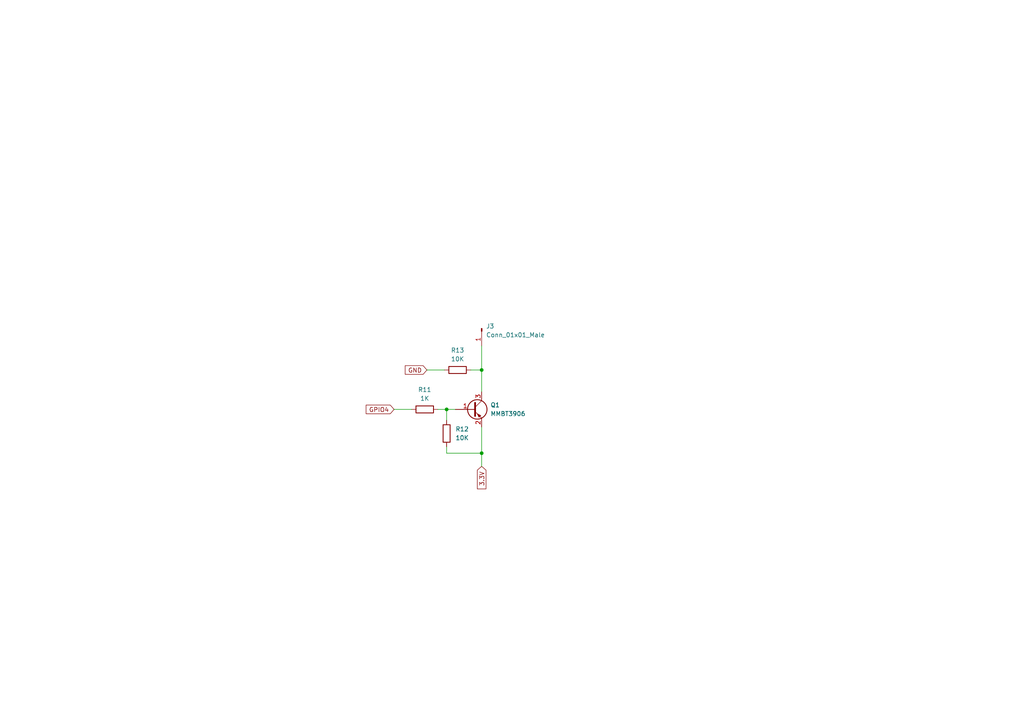
<source format=kicad_sch>
(kicad_sch (version 20211123) (generator eeschema)
  (paper "A4")
  (lib_symbols
    (symbol "Connector:Conn_01x01_Male" (pin_names (offset 1.016) hide)
      (property "Reference" "J" (at 0 2.54 0))
      (property "Value" "Conn_01x01_Male" (at 0 -2.54 0))
      (symbol "Conn_01x01_Male_1_1"
        (polyline (pts (xy 1.27 0) (xy 0.8636 0)) (stroke (width 0.1524)))
        (rectangle (start 0.8636 0.127) (end 0 -0.127) (stroke (width 0.1524)) (fill (type outline)))
        (pin passive line (at 5.08 0 180) (length 3.81) (name "Pin_1") (number "1"))
      )
    )
    (symbol "Device:R" (pin_numbers hide) (pin_names (offset 0))
      (property "Reference" "R" (at 2.032 0 90))
      (property "Value" "R" (at 0 0 90))
      (symbol "R_0_1"
        (rectangle (start -1.016 -2.54) (end 1.016 2.54) (stroke (width 0.254)))
      )
      (symbol "R_1_1"
        (pin passive line (at 0 3.81 270) (length 1.27) (name "~") (number "1"))
        (pin passive line (at 0 -3.81 90) (length 1.27) (name "~") (number "2"))
      )
    )
    (symbol "Transistor_BJT:MMBT3906" (pin_names (offset 0) hide)
      (property "Reference" "Q" (at 5.08 1.905 0))
      (property "Value" "MMBT3906" (at 5.08 0 0))
      (symbol "MMBT3906_0_1"
        (polyline (pts (xy 0.635 0.635) (xy 2.54 2.54)))
        (polyline (pts (xy 0.635 -0.635) (xy 2.54 -2.54) (xy 2.54 -2.54)))
        (polyline (pts (xy 0.635 1.905) (xy 0.635 -1.905) (xy 0.635 -1.905)) (stroke (width 0.508)))
        (polyline (pts (xy 2.286 -1.778) (xy 1.778 -2.286) (xy 1.27 -1.27) (xy 2.286 -1.778) (xy 2.286 -1.778)) (fill (type outline)))
        (circle (center 1.27 0) (radius 2.8194) (stroke (width 0.254)))
      )
      (symbol "MMBT3906_1_1"
        (pin input line (at -5.08 0 0) (length 5.715) (name "B") (number "1"))
        (pin passive line (at 2.54 -5.08 90) (length 2.54) (name "E") (number "2"))
        (pin passive line (at 2.54 5.08 270) (length 2.54) (name "C") (number "3"))
      )
    )
  )
  (junction (at 129.54 118.745))
  (junction (at 139.7 107.315))
  (junction (at 139.7 131.445))
  (wire (pts (xy 129.54 118.745) (xy 132.08 118.745)))
  (wire (pts (xy 136.525 107.315) (xy 139.7 107.315)))
  (wire (pts (xy 127 118.745) (xy 129.54 118.745)))
  (wire (pts (xy 129.54 129.54) (xy 129.54 131.445)))
  (wire (pts (xy 139.7 131.445) (xy 139.7 135.255)))
  (wire (pts (xy 139.7 107.315) (xy 139.7 113.665)))
  (wire (pts (xy 129.54 118.745) (xy 129.54 121.92)))
  (wire (pts (xy 139.7 100.33) (xy 139.7 107.315)))
  (wire (pts (xy 123.825 107.315) (xy 128.905 107.315)))
  (wire (pts (xy 139.7 123.825) (xy 139.7 131.445)))
  (wire (pts (xy 114.3 118.745) (xy 119.38 118.745)))
  (wire (pts (xy 129.54 131.445) (xy 139.7 131.445)))
  (global_label "3.3V" (shape input) (at 139.7 135.255 270) (property "Intersheet References" "${INTERSHEET_REFS}" (effects hide)))
  (global_label "GND" (shape input) (at 123.825 107.315 180) (property "Intersheet References" "${INTERSHEET_REFS}" (effects hide)))
  (global_label "GPIO4" (shape input) (at 114.3 118.745 180) (property "Intersheet References" "${INTERSHEET_REFS}" (effects hide)))
  (symbol (lib_id "Connector:Conn_01x01_Male") (at 139.7 95.25 270) (unit 1)
    (property "Reference" "J3" (at 140.97 94.6149 90) (effects (justify left)))
    (property "Value" "Conn_01x01_Male" (at 140.97 97.1549 90) (effects (justify left)))
    (property "Footprint" "Connector_PinHeader_2.54mm:PinHeader_1x01_P2.54mm_Vertical" (effects hide))
  )
  (symbol (lib_id "Device:R") (at 132.715 107.315 90) (unit 1)
    (property "Reference" "R13" (at 132.715 101.6 90))
    (property "Value" "10K" (at 132.715 104.14 90))
    (property "Footprint" "Resistor_SMD:R_0805_2012Metric" (effects hide))
  )
  (symbol (lib_id "Transistor_BJT:MMBT3906") (at 137.16 118.745 0) (unit 1)
    (property "Reference" "Q1" (at 142.24 117.4749 0) (effects (justify left)))
    (property "Value" "MMBT3906" (at 142.24 120.0149 0) (effects (justify left)))
    (property "Footprint" "Package_TO_SOT_SMD:SOT-23" (effects hide))
    (property "Datasheet" "https://www.onsemi.com/pub/Collateral/2N3906-D.PDF" (effects hide))
  )
  (symbol (lib_id "Device:R") (at 129.54 125.73 0) (unit 1)
    (property "Reference" "R12" (at 132.08 124.4599 0) (effects (justify left)))
    (property "Value" "10K" (at 132.08 126.9999 0) (effects (justify left)))
    (property "Footprint" "Resistor_SMD:R_0805_2012Metric" (effects hide))
  )
  (symbol (lib_id "Device:R") (at 123.19 118.745 90) (unit 1)
    (property "Reference" "R11" (at 123.19 113.03 90))
    (property "Value" "1K" (at 123.19 115.57 90))
    (property "Footprint" "Resistor_SMD:R_0805_2012Metric" (effects hide))
  )
)
</source>
